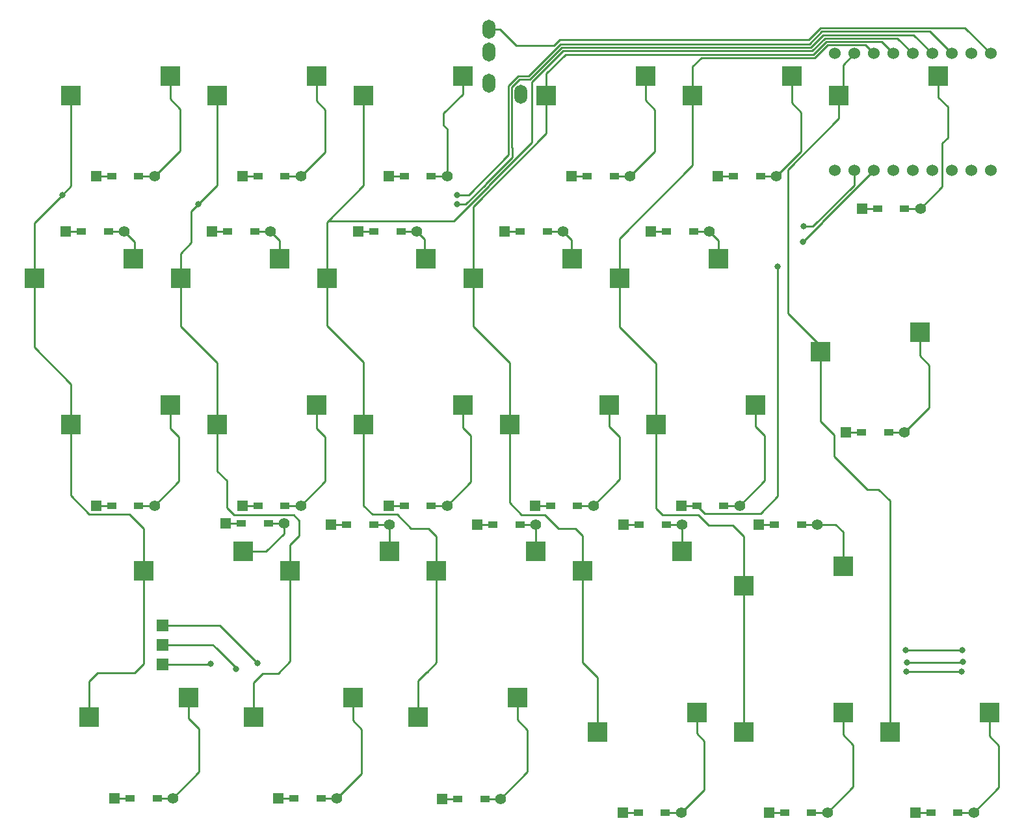
<source format=gbr>
G04 #@! TF.GenerationSoftware,KiCad,Pcbnew,7.0.8*
G04 #@! TF.CreationDate,2023-10-29T20:23:16+09:00*
G04 #@! TF.ProjectId,ckb9,636b6239-2e6b-4696-9361-645f70636258,rev?*
G04 #@! TF.SameCoordinates,Original*
G04 #@! TF.FileFunction,Copper,L2,Bot*
G04 #@! TF.FilePolarity,Positive*
%FSLAX46Y46*%
G04 Gerber Fmt 4.6, Leading zero omitted, Abs format (unit mm)*
G04 Created by KiCad (PCBNEW 7.0.8) date 2023-10-29 20:23:16*
%MOMM*%
%LPD*%
G01*
G04 APERTURE LIST*
G04 #@! TA.AperFunction,ComponentPad*
%ADD10R,1.397000X1.397000*%
G04 #@! TD*
G04 #@! TA.AperFunction,SMDPad,CuDef*
%ADD11R,1.300000X0.950000*%
G04 #@! TD*
G04 #@! TA.AperFunction,ComponentPad*
%ADD12C,1.397000*%
G04 #@! TD*
G04 #@! TA.AperFunction,SMDPad,CuDef*
%ADD13R,2.550000X2.500000*%
G04 #@! TD*
G04 #@! TA.AperFunction,ComponentPad*
%ADD14O,1.700000X2.500000*%
G04 #@! TD*
G04 #@! TA.AperFunction,SMDPad,CuDef*
%ADD15R,1.524000X1.524000*%
G04 #@! TD*
G04 #@! TA.AperFunction,ComponentPad*
%ADD16C,1.524000*%
G04 #@! TD*
G04 #@! TA.AperFunction,ViaPad*
%ADD17C,0.800000*%
G04 #@! TD*
G04 #@! TA.AperFunction,Conductor*
%ADD18C,0.250000*%
G04 #@! TD*
G04 APERTURE END LIST*
D10*
X559022500Y58720000D03*
D11*
X561057500Y58720000D03*
X564607500Y58720000D03*
D12*
X566642500Y58720000D03*
D10*
X578072500Y58720000D03*
D11*
X580107500Y58720000D03*
X583657500Y58720000D03*
D12*
X585692500Y58720000D03*
D10*
X597122500Y58720000D03*
D11*
X599157500Y58720000D03*
X602707500Y58720000D03*
D12*
X604742500Y58720000D03*
D10*
X620935000Y58720000D03*
D11*
X622970000Y58720000D03*
X626520000Y58720000D03*
D12*
X628555000Y58720000D03*
D10*
X639985000Y58720000D03*
D11*
X642020000Y58720000D03*
X645570000Y58720000D03*
D12*
X647605000Y58720000D03*
D10*
X658760000Y54530000D03*
D11*
X660795000Y54530000D03*
X664345000Y54530000D03*
D12*
X666380000Y54530000D03*
D10*
X555050000Y51577500D03*
D11*
X557085000Y51577500D03*
X560635000Y51577500D03*
D12*
X562670000Y51577500D03*
D10*
X574100000Y51577500D03*
D11*
X576135000Y51577500D03*
X579685000Y51577500D03*
D12*
X581720000Y51577500D03*
D10*
X593150000Y51577500D03*
D11*
X595185000Y51577500D03*
X598735000Y51577500D03*
D12*
X600770000Y51577500D03*
D10*
X612200000Y51577500D03*
D11*
X614235000Y51577500D03*
X617785000Y51577500D03*
D12*
X619820000Y51577500D03*
D10*
X631250000Y51577500D03*
D11*
X633285000Y51577500D03*
X636835000Y51577500D03*
D12*
X638870000Y51577500D03*
D10*
X559022500Y15857500D03*
D11*
X561057500Y15857500D03*
X564607500Y15857500D03*
D12*
X566642500Y15857500D03*
D10*
X578072500Y15857500D03*
D11*
X580107500Y15857500D03*
X583657500Y15857500D03*
D12*
X585692500Y15857500D03*
D10*
X597122500Y15857500D03*
D11*
X599157500Y15857500D03*
X602707500Y15857500D03*
D12*
X604742500Y15857500D03*
D10*
X616172500Y15857500D03*
D11*
X618207500Y15857500D03*
X621757500Y15857500D03*
D12*
X623792500Y15857500D03*
D10*
X635222500Y15857500D03*
D11*
X637257500Y15857500D03*
X640807500Y15857500D03*
D12*
X642842500Y15857500D03*
D10*
X575910000Y13570000D03*
D11*
X577945000Y13570000D03*
X581495000Y13570000D03*
D12*
X583530000Y13570000D03*
D10*
X589637500Y13337500D03*
D11*
X591672500Y13337500D03*
X595222500Y13337500D03*
D12*
X597257500Y13337500D03*
D10*
X608687500Y13337500D03*
D11*
X610722500Y13337500D03*
X614272500Y13337500D03*
D12*
X616307500Y13337500D03*
D10*
X627737500Y13337500D03*
D11*
X629772500Y13337500D03*
X633322500Y13337500D03*
D12*
X635357500Y13337500D03*
D10*
X645320000Y13400000D03*
D11*
X647355000Y13400000D03*
X650905000Y13400000D03*
D12*
X652940000Y13400000D03*
D10*
X604090000Y-22360000D03*
D11*
X606125000Y-22360000D03*
X609675000Y-22360000D03*
D12*
X611710000Y-22360000D03*
D10*
X627602500Y-24147500D03*
D11*
X629637500Y-24147500D03*
X633187500Y-24147500D03*
D12*
X635222500Y-24147500D03*
D10*
X646652500Y-24147500D03*
D11*
X648687500Y-24147500D03*
X652237500Y-24147500D03*
D12*
X654272500Y-24147500D03*
D10*
X665702500Y-24147500D03*
D11*
X667737500Y-24147500D03*
X671287500Y-24147500D03*
D12*
X673322500Y-24147500D03*
D10*
X561403500Y-22242500D03*
D11*
X563438500Y-22242500D03*
X566988500Y-22242500D03*
D12*
X569023500Y-22242500D03*
D10*
X582800000Y-22290000D03*
D11*
X584835000Y-22290000D03*
X588385000Y-22290000D03*
D12*
X590420000Y-22290000D03*
D10*
X656653500Y25382500D03*
D11*
X658688500Y25382500D03*
X662238500Y25382500D03*
D12*
X664273500Y25382500D03*
D13*
X555747500Y69260000D03*
X568674500Y71800000D03*
X574797500Y69260000D03*
X587724500Y71800000D03*
X593847500Y69260000D03*
X606774500Y71800000D03*
X617660000Y69260000D03*
X630587000Y71800000D03*
X636710000Y69260000D03*
X649637000Y71800000D03*
X655760000Y69260000D03*
X668687000Y71800000D03*
X550985000Y45447500D03*
X563912000Y47987500D03*
X570035000Y45447500D03*
X582962000Y47987500D03*
X589085000Y45447500D03*
X602012000Y47987500D03*
X608135000Y45447500D03*
X621062000Y47987500D03*
X627185000Y45447500D03*
X640112000Y47987500D03*
X555747500Y26397500D03*
X568674500Y28937500D03*
X574797500Y26397500D03*
X587724500Y28937500D03*
X593847500Y26397500D03*
X606774500Y28937500D03*
X612897500Y26397500D03*
X625824500Y28937500D03*
X631947500Y26397500D03*
X644874500Y28937500D03*
X565272500Y7347500D03*
X578199500Y9887500D03*
X584322500Y7347500D03*
X597249500Y9887500D03*
X603372500Y7347500D03*
X616299500Y9887500D03*
X622422500Y7347500D03*
X635349500Y9887500D03*
X643377500Y5442500D03*
X656304500Y7982500D03*
X600991000Y-11702500D03*
X613918000Y-9162500D03*
X624327500Y-13607500D03*
X637254500Y-11067500D03*
X643377500Y-13607500D03*
X656304500Y-11067500D03*
X662427500Y-13607500D03*
X675354500Y-11067500D03*
X558128500Y-11702500D03*
X571055500Y-9162500D03*
X579560000Y-11702500D03*
X592487000Y-9162500D03*
X653378500Y35922500D03*
X666305500Y38462500D03*
D14*
X614380000Y69390000D03*
X610180000Y77890000D03*
X610180000Y74890000D03*
X610180000Y70890000D03*
D15*
X567730000Y260000D03*
X567730000Y-2280000D03*
X567730000Y-4820000D03*
D16*
X675550000Y74720000D03*
X673010000Y74720000D03*
X670470000Y74720000D03*
X667930000Y74720000D03*
X665390000Y74720000D03*
X662850000Y74720000D03*
X660310000Y74720000D03*
X657770000Y74720000D03*
X655230000Y74720000D03*
X655230000Y59480000D03*
X657770000Y59480000D03*
X660310000Y59480000D03*
X662850000Y59480000D03*
X665390000Y59480000D03*
X667930000Y59480000D03*
X670470000Y59480000D03*
X673010000Y59480000D03*
X675550000Y59480000D03*
D17*
X651205000Y52215000D03*
X651080000Y50190000D03*
X647830000Y47010000D03*
X671890000Y-4470000D03*
X664650000Y-4580000D03*
X580050000Y-4680000D03*
X671860000Y-3000000D03*
X664510000Y-3000000D03*
X573950000Y-4760000D03*
X671790000Y-5780000D03*
X577260000Y-5405000D03*
X664530000Y-5740000D03*
X606080000Y56330000D03*
X554632500Y56317500D03*
X572380000Y55110000D03*
X606020000Y55100000D03*
D18*
X622970000Y58720000D02*
X620935000Y58720000D01*
X660795000Y54530000D02*
X658760000Y54530000D01*
X578072500Y58720000D02*
X580107500Y58720000D01*
X642020000Y58720000D02*
X639985000Y58720000D01*
X559022500Y58720000D02*
X561057500Y58720000D01*
X597122500Y58720000D02*
X599157500Y58720000D01*
X631250000Y51577500D02*
X633285000Y51577500D01*
X657770000Y59480000D02*
X657770000Y57576410D01*
X555050000Y51577500D02*
X557085000Y51577500D01*
X658688500Y25382500D02*
X656653500Y25382500D01*
X652408590Y52215000D02*
X651205000Y52215000D01*
X657770000Y57576410D02*
X652408590Y52215000D01*
X593150000Y51577500D02*
X595185000Y51577500D01*
X612200000Y51577500D02*
X614235000Y51577500D01*
X574100000Y51577500D02*
X576135000Y51577500D01*
X651080000Y50190000D02*
X651040000Y50150000D01*
X647830000Y17110000D02*
X645553999Y14833999D01*
X637257500Y15857500D02*
X635222500Y15857500D01*
X638281001Y14833999D02*
X637257500Y15857500D01*
X561057500Y15857500D02*
X559022500Y15857500D01*
X647830000Y47010000D02*
X647830000Y17110000D01*
X653640000Y52750000D02*
X651080000Y50190000D01*
X599157500Y15857500D02*
X597122500Y15857500D01*
X660310000Y59480000D02*
X653640000Y52810000D01*
X653640000Y52810000D02*
X653640000Y52750000D01*
X618207500Y15857500D02*
X616172500Y15857500D01*
X580107500Y15857500D02*
X578072500Y15857500D01*
X645553999Y14833999D02*
X638281001Y14833999D01*
X591672500Y13337500D02*
X589637500Y13337500D01*
X610722500Y13337500D02*
X608687500Y13337500D01*
X645320000Y13400000D02*
X647355000Y13400000D01*
X629772500Y13337500D02*
X627737500Y13337500D01*
X577945000Y13570000D02*
X575910000Y13570000D01*
X667737500Y-24147500D02*
X665702500Y-24147500D01*
X648687500Y-24147500D02*
X646652500Y-24147500D01*
X584835000Y-22290000D02*
X582800000Y-22290000D01*
X563438500Y-22242500D02*
X561403500Y-22242500D01*
X604090000Y-22360000D02*
X606125000Y-22360000D01*
X629637500Y-24147500D02*
X627602500Y-24147500D01*
X671780000Y-4580000D02*
X671890000Y-4470000D01*
X575110000Y260000D02*
X580050000Y-4680000D01*
X664650000Y-4580000D02*
X671780000Y-4580000D01*
X567730000Y260000D02*
X575110000Y260000D01*
X573950000Y-4760000D02*
X573890000Y-4820000D01*
X573890000Y-4820000D02*
X567730000Y-4820000D01*
X671860000Y-3000000D02*
X664510000Y-3000000D01*
X577260000Y-5300000D02*
X577260000Y-5405000D01*
X671750000Y-5740000D02*
X671790000Y-5780000D01*
X574695000Y-2735000D02*
X577260000Y-5300000D01*
X567730000Y-2280000D02*
X574240000Y-2280000D01*
X664530000Y-5740000D02*
X671750000Y-5740000D01*
X567730000Y-2280000D02*
X569100000Y-2280000D01*
X574240000Y-2280000D02*
X574695000Y-2735000D01*
X607550000Y56330000D02*
X612754980Y61534980D01*
X619490808Y75960038D02*
X651914398Y75960038D01*
X554632500Y56317500D02*
X550985000Y52670000D01*
X653561397Y77607037D02*
X667582961Y77607037D01*
X606080000Y56330000D02*
X607550000Y56330000D01*
X612754980Y61534980D02*
X612754980Y70534210D01*
X565272500Y12827500D02*
X565272500Y7347500D01*
X555747500Y30242500D02*
X555747500Y26397500D01*
X550985000Y52670000D02*
X550985000Y45447500D01*
X565272500Y-4742500D02*
X564065000Y-5950000D01*
X558128500Y-7051500D02*
X558128500Y-11702500D01*
X564065000Y-5950000D02*
X559230000Y-5950000D01*
X651914398Y75960038D02*
X653561397Y77607037D01*
X614030780Y71810010D02*
X615340780Y71810010D01*
X563369993Y14730007D02*
X565272500Y12827500D01*
X558167991Y14730007D02*
X563369993Y14730007D01*
X550985000Y36435000D02*
X555747500Y31672500D01*
X555747500Y31672500D02*
X555747500Y30242500D01*
X559230000Y-5950000D02*
X558128500Y-7051500D01*
X667582961Y77607037D02*
X670470000Y74720000D01*
X550985000Y45447500D02*
X550985000Y36435000D01*
X565272500Y7347500D02*
X565272500Y-4742500D01*
X555747500Y69260000D02*
X555747500Y57432500D01*
X555747500Y17150498D02*
X558167991Y14730007D01*
X612754980Y70534210D02*
X614030780Y71810010D01*
X555747500Y57432500D02*
X554632500Y56317500D01*
X615340780Y71810010D02*
X619490808Y75960038D01*
X555747500Y26397500D02*
X555747500Y17150498D01*
X576060000Y19080000D02*
X574797500Y20342500D01*
X574797500Y20342500D02*
X574797500Y26397500D01*
X571450000Y50100000D02*
X570035000Y48685000D01*
X609752491Y57685311D02*
X607167180Y55100000D01*
X572380000Y55110000D02*
X571450000Y54180000D01*
X571450000Y54180000D02*
X571450000Y50100000D01*
X584322500Y7347500D02*
X584322500Y10742500D01*
X665492971Y77157029D02*
X653747798Y77157028D01*
X607167180Y55100000D02*
X606020000Y55100000D01*
X613204990Y62445010D02*
X613220000Y62430000D01*
X584806499Y14593501D02*
X577036499Y14593501D01*
X613220000Y61186410D02*
X609752491Y57718901D01*
X574797500Y57527500D02*
X572380000Y55110000D01*
X585510000Y11930000D02*
X585510000Y13890000D01*
X584322500Y7347500D02*
X584322500Y-4412500D01*
X614217180Y71360000D02*
X613204990Y70347810D01*
X584322500Y-4412500D02*
X582735000Y-6000000D01*
X570035000Y45447500D02*
X570035000Y39205000D01*
X585510000Y13890000D02*
X584806499Y14593501D01*
X653747798Y77157028D02*
X652100798Y75510028D01*
X584322500Y10742500D02*
X585510000Y11930000D01*
X577036499Y14593501D02*
X576060000Y15570000D01*
X613204990Y70347810D02*
X613204990Y62445010D01*
X615527180Y71360000D02*
X614217180Y71360000D01*
X579560000Y-7190000D02*
X579560000Y-11702500D01*
X570035000Y48685000D02*
X570035000Y45447500D01*
X609752491Y57718901D02*
X609752491Y57685311D01*
X667930000Y74720000D02*
X665492971Y77157029D01*
X580750000Y-6000000D02*
X579560000Y-7190000D01*
X652100798Y75510028D02*
X619677209Y75510029D01*
X574797500Y34442500D02*
X574797500Y26397500D01*
X582735000Y-6000000D02*
X580750000Y-6000000D01*
X576060000Y15570000D02*
X576060000Y19080000D01*
X574797500Y69260000D02*
X574797500Y57527500D01*
X613220000Y62430000D02*
X613220000Y61186410D01*
X619677209Y75510029D02*
X615527180Y71360000D01*
X570035000Y39205000D02*
X574797500Y34442500D01*
X663402981Y76707019D02*
X665390000Y74720000D01*
X603372500Y7347500D02*
X603372500Y-4617500D01*
X602140000Y-5850000D02*
X602090000Y-5850000D01*
X589085000Y45447500D02*
X589085000Y39295000D01*
X610202500Y57532500D02*
X615830000Y63160000D01*
X603372500Y11847500D02*
X602340000Y12880000D01*
X652287200Y75060020D02*
X653934199Y76707019D01*
X600991000Y-6949000D02*
X600991000Y-11702500D01*
X605633590Y52930000D02*
X610202500Y57498910D01*
X595015000Y14690000D02*
X593847500Y15857500D01*
X593847500Y69260000D02*
X593847500Y57532500D01*
X589172500Y52857500D02*
X589085000Y52770000D01*
X610202500Y57498910D02*
X610202500Y57532500D01*
X602090000Y-5850000D02*
X600991000Y-6949000D01*
X598260000Y14690000D02*
X595015000Y14690000D01*
X589085000Y52770000D02*
X589085000Y45447500D01*
X589172500Y52857500D02*
X589245000Y52930000D01*
X603372500Y-4617500D02*
X602140000Y-5850000D01*
X602340000Y12880000D02*
X600070000Y12880000D01*
X593847500Y15857500D02*
X593847500Y26397500D01*
X615830000Y63160000D02*
X615830000Y71026410D01*
X600070000Y12880000D02*
X598260000Y14690000D01*
X619863610Y75060020D02*
X652287200Y75060020D01*
X589085000Y39295000D02*
X593847500Y34532500D01*
X593847500Y57532500D02*
X589172500Y52857500D01*
X615830000Y71026410D02*
X619863610Y75060020D01*
X593847500Y34532500D02*
X593847500Y26397500D01*
X589245000Y52930000D02*
X605633590Y52930000D01*
X603372500Y7347500D02*
X603372500Y11847500D01*
X653934199Y76707019D02*
X663402981Y76707019D01*
X652473600Y74610010D02*
X654120600Y76257010D01*
X617450000Y14650000D02*
X614450000Y14650000D01*
X622422500Y7347500D02*
X622422500Y-4587500D01*
X608135000Y39185000D02*
X612897500Y34422500D01*
X612897500Y26397500D02*
X612897500Y16202500D01*
X617660000Y72110000D02*
X620160010Y74610010D01*
X620160010Y74610010D02*
X652473600Y74610010D01*
X619240000Y12880000D02*
X621430000Y12880000D01*
X612897500Y34422500D02*
X612897500Y26397500D01*
X618600000Y13520000D02*
X619240000Y12880000D01*
X618580000Y13520000D02*
X618600000Y13520000D01*
X661312989Y76257011D02*
X662850000Y74720000D01*
X621430000Y12880000D02*
X622422500Y11887500D01*
X622422500Y-4587500D02*
X624327500Y-6492500D01*
X624327500Y-6492500D02*
X624327500Y-13607500D01*
X618580000Y13520000D02*
X617450000Y14650000D01*
X617660000Y69260000D02*
X617660000Y64320000D01*
X614450000Y14650000D02*
X612897500Y16202500D01*
X617660000Y69260000D02*
X617660000Y72110000D01*
X608135000Y54795000D02*
X608135000Y45447500D01*
X654120600Y76257010D02*
X661312989Y76257011D01*
X617660000Y64320000D02*
X608135000Y54795000D01*
X608135000Y45447500D02*
X608135000Y39185000D01*
X622422500Y11887500D02*
X622422500Y7347500D01*
X638840000Y13260000D02*
X637490000Y14610000D01*
X643377500Y5442500D02*
X643377500Y-13607500D01*
X627185000Y50645000D02*
X627185000Y45447500D01*
X627185000Y39115000D02*
X631947500Y34352500D01*
X636710000Y60170000D02*
X627185000Y50645000D01*
X660310000Y74720000D02*
X659222999Y75807001D01*
X643377500Y5442500D02*
X643377500Y11812500D01*
X652660000Y74160000D02*
X637850000Y74160000D01*
X643377500Y11812500D02*
X641930000Y13260000D01*
X641930000Y13260000D02*
X638840000Y13260000D01*
X631947500Y15492500D02*
X631947500Y26397500D01*
X631947500Y34352500D02*
X631947500Y26397500D01*
X654307001Y75807001D02*
X652660000Y74160000D01*
X636710000Y69260000D02*
X636710000Y60170000D01*
X627185000Y45447500D02*
X627185000Y39115000D01*
X659222999Y75807001D02*
X654307001Y75807001D01*
X637850000Y74160000D02*
X636710000Y73020000D01*
X637490000Y14610000D02*
X632830000Y14610000D01*
X632830000Y14610000D02*
X631947500Y15492500D01*
X636710000Y73020000D02*
X636710000Y69260000D01*
X656310000Y73260000D02*
X656310000Y69810000D01*
X656310000Y69810000D02*
X655760000Y69260000D01*
X653378500Y36681500D02*
X653378500Y35922500D01*
X655140000Y25070000D02*
X655140000Y22280000D01*
X655140000Y22280000D02*
X659470000Y17950000D01*
X653378500Y26831500D02*
X655140000Y25070000D01*
X655760000Y66238590D02*
X649140000Y59618590D01*
X649140000Y40920000D02*
X653378500Y36681500D01*
X649140000Y59618590D02*
X649140000Y40920000D01*
X659470000Y17950000D02*
X660940000Y17950000D01*
X657770000Y74720000D02*
X656310000Y73260000D01*
X660940000Y17950000D02*
X662427500Y16462500D01*
X662427500Y16462500D02*
X662427500Y-13607500D01*
X653378500Y35922500D02*
X653378500Y26831500D01*
X655760000Y69260000D02*
X655760000Y66238590D01*
X610180000Y77890000D02*
X611660000Y77890000D01*
X629760010Y76550010D02*
X629770000Y76560000D01*
X651877950Y76560000D02*
X653374996Y78057046D01*
X629770000Y76560000D02*
X651877950Y76560000D01*
X668710000Y78057047D02*
X669672953Y78057047D01*
X672212953Y78057047D02*
X668710000Y78057047D01*
X618684360Y75790000D02*
X619444369Y76550009D01*
X611660000Y77890000D02*
X613760000Y75790000D01*
X619444369Y76550009D02*
X629760010Y76550010D01*
X675550000Y74720000D02*
X672212953Y78057047D01*
X613760000Y75790000D02*
X618684360Y75790000D01*
X653374996Y78057046D02*
X668710000Y78057047D01*
X568674500Y68800000D02*
X568680000Y68800000D01*
X568674500Y71800000D02*
X568674500Y68800000D01*
X569980000Y67500000D02*
X569980000Y62057500D01*
X568680000Y68800000D02*
X569980000Y67500000D01*
X569980000Y62057500D02*
X566642500Y58720000D01*
X564607500Y58720000D02*
X566642500Y58720000D01*
X583657500Y58720000D02*
X585692500Y58720000D01*
X588870000Y67420000D02*
X588870000Y61897500D01*
X587724500Y71800000D02*
X587724500Y68565500D01*
X588870000Y61897500D02*
X585692500Y58720000D01*
X587724500Y68565500D02*
X588870000Y67420000D01*
X604742500Y64897500D02*
X604260000Y65380000D01*
X602707500Y58720000D02*
X604742500Y58720000D01*
X606774500Y71800000D02*
X606774500Y69435500D01*
X604260000Y65380000D02*
X604260000Y66921000D01*
X604742500Y58720000D02*
X604742500Y64897500D01*
X604260000Y66921000D02*
X606774500Y69435500D01*
X630587000Y71800000D02*
X630587000Y68613000D01*
X628555000Y58720000D02*
X626520000Y58720000D01*
X630587000Y68613000D02*
X631780000Y67420000D01*
X631780000Y61945000D02*
X628555000Y58720000D01*
X631780000Y67420000D02*
X631780000Y61945000D01*
X647605000Y58720000D02*
X645570000Y58720000D01*
X650860000Y67080000D02*
X650860000Y61975000D01*
X650860000Y61975000D02*
X647605000Y58720000D01*
X649637000Y71800000D02*
X649637000Y68303000D01*
X649637000Y68303000D02*
X650860000Y67080000D01*
X668687000Y69023000D02*
X669940000Y67770000D01*
X666380000Y54530000D02*
X664345000Y54530000D01*
X669200001Y57350001D02*
X666380000Y54530000D01*
X669940000Y63779999D02*
X669200001Y63040000D01*
X669200001Y63040000D02*
X669200001Y57350001D01*
X669940000Y67770000D02*
X669940000Y63779999D01*
X668687000Y71800000D02*
X668687000Y69023000D01*
X562670000Y51577500D02*
X564030000Y50217500D01*
X564030000Y48105500D02*
X563912000Y47987500D01*
X564030000Y50217500D02*
X564030000Y48105500D01*
X560635000Y51577500D02*
X562670000Y51577500D01*
X581720000Y51577500D02*
X582960000Y50337500D01*
X582960000Y50337500D02*
X582960000Y47989500D01*
X579685000Y51577500D02*
X581720000Y51577500D01*
X582960000Y47989500D02*
X582962000Y47987500D01*
X601830000Y50517500D02*
X601830000Y48169500D01*
X600770000Y51577500D02*
X601830000Y50517500D01*
X598735000Y51577500D02*
X600770000Y51577500D01*
X601830000Y48169500D02*
X602012000Y47987500D01*
X617785000Y51577500D02*
X619820000Y51577500D01*
X620930000Y50467500D02*
X620930000Y48119500D01*
X620930000Y48119500D02*
X621062000Y47987500D01*
X619820000Y51577500D02*
X620930000Y50467500D01*
X640080000Y48019500D02*
X640112000Y47987500D01*
X636835000Y51577500D02*
X638870000Y51577500D01*
X638870000Y51577500D02*
X640080000Y50367500D01*
X640080000Y50367500D02*
X640080000Y48019500D01*
X568674500Y28937500D02*
X568674500Y25925500D01*
X566642500Y15857500D02*
X564607500Y15857500D01*
X569830000Y24770000D02*
X569830000Y19045000D01*
X569830000Y19045000D02*
X566642500Y15857500D01*
X568674500Y25925500D02*
X569830000Y24770000D01*
X585692500Y15857500D02*
X583657500Y15857500D01*
X588860000Y19025000D02*
X585692500Y15857500D01*
X587724500Y28937500D02*
X587724500Y25935500D01*
X587724500Y25935500D02*
X588860000Y24800000D01*
X588860000Y24800000D02*
X588860000Y19025000D01*
X607830000Y18945000D02*
X604742500Y15857500D01*
X606774500Y26015500D02*
X607830000Y24960000D01*
X606774500Y28937500D02*
X606774500Y26015500D01*
X604742500Y15857500D02*
X602707500Y15857500D01*
X607830000Y24960000D02*
X607830000Y18945000D01*
X627190000Y24820000D02*
X627190000Y19255000D01*
X623792500Y15857500D02*
X621757500Y15857500D01*
X625824500Y28937500D02*
X625824500Y26185500D01*
X627190000Y19255000D02*
X623792500Y15857500D01*
X625824500Y26185500D02*
X627190000Y24820000D01*
X644874500Y28937500D02*
X644874500Y26155500D01*
X644874500Y26155500D02*
X646080000Y24950000D01*
X646080000Y24950000D02*
X646080000Y19095000D01*
X646080000Y19095000D02*
X642842500Y15857500D01*
X642842500Y15857500D02*
X640807500Y15857500D01*
X583530000Y13570000D02*
X583530000Y12220000D01*
X583530000Y12220000D02*
X581197500Y9887500D01*
X581197500Y9887500D02*
X578199500Y9887500D01*
X581495000Y13570000D02*
X583530000Y13570000D01*
X578207500Y9895500D02*
X578199500Y9887500D01*
X597257500Y13337500D02*
X597257500Y9895500D01*
X597257500Y9895500D02*
X597249500Y9887500D01*
X597257500Y13337500D02*
X595222500Y13337500D01*
X616307500Y13337500D02*
X616307500Y9895500D01*
X616307500Y13337500D02*
X614272500Y13337500D01*
X616307500Y9895500D02*
X616299500Y9887500D01*
X633322500Y13337500D02*
X635357500Y13337500D01*
X635357500Y13337500D02*
X635357500Y9895500D01*
X635357500Y9895500D02*
X635349500Y9887500D01*
X655300000Y13400000D02*
X656304500Y12395500D01*
X656304500Y12395500D02*
X656304500Y7982500D01*
X652940000Y13400000D02*
X655300000Y13400000D01*
X650905000Y13400000D02*
X652940000Y13400000D01*
X593630000Y-19080000D02*
X590420000Y-22290000D01*
X592487000Y-9162500D02*
X592487000Y-12127000D01*
X590420000Y-22290000D02*
X588385000Y-22290000D01*
X592487000Y-12127000D02*
X593630000Y-13270000D01*
X593630000Y-13270000D02*
X593630000Y-19080000D01*
X638200000Y-14800000D02*
X638200000Y-21170000D01*
X635222500Y-24147500D02*
X633187500Y-24147500D01*
X637254500Y-13854500D02*
X638200000Y-14800000D01*
X637254500Y-11067500D02*
X637254500Y-13854500D01*
X638200000Y-21170000D02*
X635222500Y-24147500D01*
X656304500Y-11067500D02*
X656304500Y-14004500D01*
X656304500Y-14004500D02*
X657650000Y-15350000D01*
X657650000Y-15350000D02*
X657650000Y-20770000D01*
X657650000Y-20770000D02*
X654272500Y-24147500D01*
X654272500Y-24147500D02*
X652237500Y-24147500D01*
X676610000Y-20860000D02*
X673322500Y-24147500D01*
X673322500Y-24147500D02*
X671287500Y-24147500D01*
X675354500Y-11067500D02*
X675354500Y-14174500D01*
X676610000Y-15430000D02*
X676610000Y-20860000D01*
X675354500Y-14174500D02*
X676610000Y-15430000D01*
X572420000Y-13260000D02*
X572420000Y-18846000D01*
X569023500Y-22242500D02*
X566988500Y-22242500D01*
X571055500Y-11895500D02*
X572420000Y-13260000D01*
X572420000Y-18846000D02*
X569023500Y-22242500D01*
X571055500Y-9162500D02*
X571055500Y-11895500D01*
X615230000Y-18840000D02*
X611710000Y-22360000D01*
X609675000Y-22360000D02*
X611710000Y-22360000D01*
X615230000Y-13390000D02*
X615230000Y-18840000D01*
X613918000Y-12078000D02*
X615230000Y-13390000D01*
X613918000Y-9162500D02*
X613918000Y-12078000D01*
X667530000Y28639000D02*
X664273500Y25382500D01*
X667530000Y34110000D02*
X667530000Y28639000D01*
X664273500Y25382500D02*
X662238500Y25382500D01*
X666305500Y35334500D02*
X667530000Y34110000D01*
X666305500Y38462500D02*
X666305500Y35334500D01*
M02*

</source>
